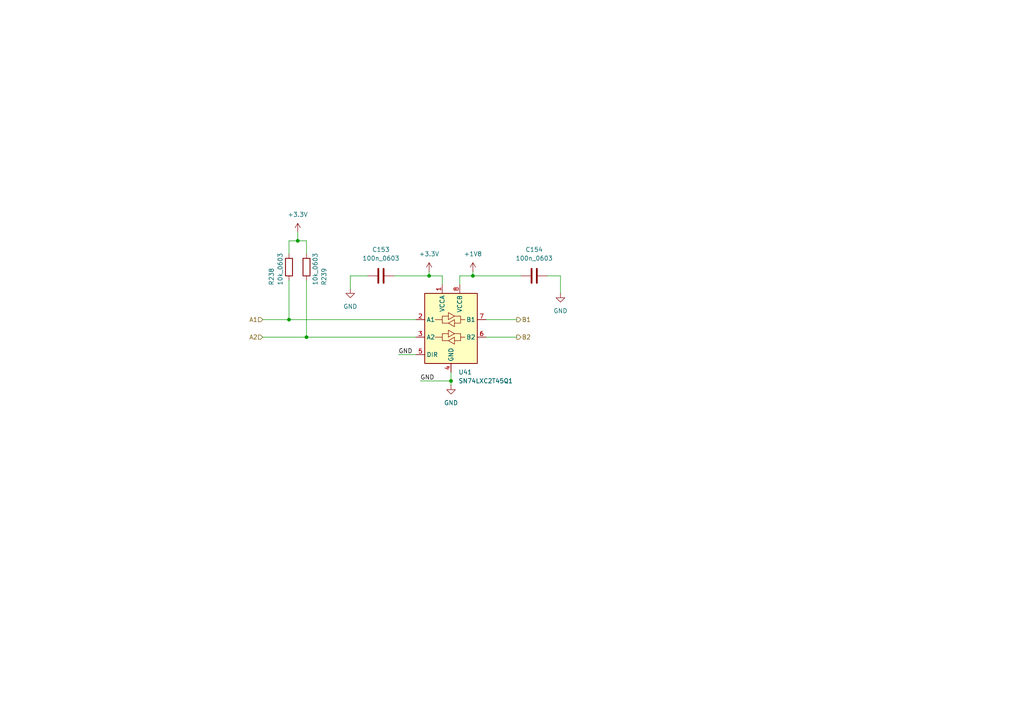
<source format=kicad_sch>
(kicad_sch (version 20250114) (generator "eeschema") (generator_version "9.0")
  (paper "A4")
  (lib_symbols
    (symbol "MYLIB_Misc:SN74LXC2T45Q1"
      (property "Reference" "U" (at -6.35 12.7 0))
      (property "Value" "SN74LXC2T45Q1" (at 11.684 11.684 0))
      (symbol "SN74LXC2T45Q1_0_1"
        (rectangle (start -7.62 10.16) (end 7.62 -10.16) (stroke (width 0.254)) (fill (type background)))
        (polyline (pts (xy -2.54 2.54) (xy -2.54 3.556) (xy -0.762 3.556)))
        (polyline (pts (xy -0.762 2.54) (xy -0.762 4.572) (xy 1.016 3.556) (xy -0.762 2.54)))
        (polyline (pts (xy -0.762 1.524) (xy -2.54 1.524) (xy -2.54 2.54) (xy -4.572 2.54)))
        (polyline (pts (xy 1.016 3.556) (xy 2.794 3.556) (xy 2.794 2.54) (xy 4.064 2.54)))
        (polyline (pts (xy 1.016 2.54) (xy 1.016 0.762) (xy 1.016 0.508) (xy -0.762 1.524) (xy 1.016 2.54)))
        (polyline (pts (xy 2.794 2.54) (xy 2.794 1.524) (xy 1.016 1.524)))
      )
      (symbol "SN74LXC2T45Q1_1_1"
        (polyline (pts (xy -2.54 -2.54) (xy -2.54 -1.524) (xy -0.762 -1.524)))
        (polyline (pts (xy -0.762 -2.54) (xy -0.762 -0.508) (xy 1.016 -1.524) (xy -0.762 -2.54)))
        (polyline (pts (xy -0.762 -3.556) (xy -2.54 -3.556) (xy -2.54 -2.54) (xy -4.572 -2.54)))
        (polyline (pts (xy 1.016 -1.524) (xy 2.794 -1.524) (xy 2.794 -2.54) (xy 4.064 -2.54)))
        (polyline (pts (xy 1.016 -2.54) (xy 1.016 -4.318) (xy 1.016 -4.572) (xy -0.762 -3.556) (xy 1.016 -2.54)))
        (polyline (pts (xy 2.794 -2.54) (xy 2.794 -3.556) (xy 1.016 -3.556)))
        (pin bidirectional line (at -10.16 2.54 0) (length 2.54) (name "A1") (number "2"))
        (pin bidirectional line (at -10.16 -2.54 0) (length 2.54) (name "A2") (number "3"))
        (pin input line (at -10.16 -7.62 0) (length 2.54) (name "DIR") (number "5"))
        (pin power_in line (at -2.54 12.7 270) (length 2.54) (name "VCCA") (number "1"))
        (pin power_in line (at 0 -12.7 90) (length 2.54) (name "GND") (number "4"))
        (pin power_in line (at 2.54 12.7 270) (length 2.54) (name "VCCB") (number "8"))
        (pin bidirectional line (at 10.16 2.54 180) (length 2.54) (name "B1") (number "7"))
        (pin bidirectional line (at 10.16 -2.54 180) (length 2.54) (name "B2") (number "6"))
      )
    )
    (symbol "WLIB_C:100n_0603" (pin_numbers (hide yes)) (pin_names (offset 0.254))
      (property "Reference" "C" (at 0.635 2.54 0))
      (property "Value" "100n_0603" (at 0.635 -2.54 0))
      (symbol "100n_0603_0_1"
        (polyline (pts (xy -2.032 0.762) (xy 2.032 0.762)) (stroke (width 0.508)))
        (polyline (pts (xy -2.032 -0.762) (xy 2.032 -0.762)) (stroke (width 0.508)))
      )
      (symbol "100n_0603_1_1"
        (pin passive line (at 0 3.81 270) (length 2.794) (name "~") (number "1"))
        (pin passive line (at 0 -3.81 90) (length 2.794) (name "~") (number "2"))
      )
    )
    (symbol "WLIB_R:10k_0603" (pin_numbers (hide yes)) (pin_names (offset 0))
      (property "Reference" "R" (at 2.032 0 90))
      (property "Value" "10k_0603" (at -2.54 0 90))
      (symbol "10k_0603_0_1"
        (rectangle (start -1.016 -2.54) (end 1.016 2.54) (stroke (width 0.254)))
      )
      (symbol "10k_0603_1_1"
        (pin passive line (at 0 3.81 270) (length 1.27) (name "~") (number "1"))
        (pin passive line (at 0 -3.81 90) (length 1.27) (name "~") (number "2"))
      )
    )
    (symbol "power:+1V8" (power) (pin_numbers (hide yes)) (pin_names (offset 0) (hide yes))
      (property "Value" "+1V8" (at 0 3.556 0))
      (symbol "+1V8_0_1"
        (polyline (pts (xy -0.762 1.27) (xy 0 2.54)))
        (polyline (pts (xy 0 2.54) (xy 0.762 1.27)))
        (polyline (pts (xy 0 0) (xy 0 2.54)))
      )
      (symbol "+1V8_1_1"
        (pin power_in line (at 0 0 90) (length 0) (name "~") (number "1"))
      )
    )
    (symbol "power:+3.3V" (power) (pin_numbers (hide yes)) (pin_names (offset 0) (hide yes))
      (property "Value" "+3.3V" (at 0 3.556 0))
      (symbol "+3.3V_0_1"
        (polyline (pts (xy -0.762 1.27) (xy 0 2.54)))
        (polyline (pts (xy 0 2.54) (xy 0.762 1.27)))
        (polyline (pts (xy 0 0) (xy 0 2.54)))
      )
      (symbol "+3.3V_1_1"
        (pin power_in line (at 0 0 90) (length 0) (name "~") (number "1"))
      )
    )
    (symbol "power:GND" (power) (pin_numbers (hide yes)) (pin_names (offset 0) (hide yes))
      (property "Value" "GND" (at 0 -3.81 0))
      (symbol "GND_0_1"
        (polyline (pts (xy 0 0) (xy 0 -1.27) (xy 1.27 -1.27) (xy 0 -2.54) (xy -1.27 -1.27) (xy 0 -1.27)))
      )
      (symbol "GND_1_1"
        (pin power_in line (at 0 0 270) (length 0) (name "~") (number "1"))
      )
    )
  )
  (junction (at 88.9 97.79))
  (junction (at 83.82 92.71))
  (junction (at 86.36 69.85))
  (junction (at 137.16 80.01))
  (junction (at 130.81 110.49))
  (junction (at 124.46 80.01))
  (wire (pts (xy 137.16 78.74) (xy 137.16 80.01)))
  (wire (pts (xy 115.57 102.87) (xy 120.65 102.87)))
  (wire (pts (xy 140.97 92.71) (xy 149.86 92.71)))
  (wire (pts (xy 162.56 80.01) (xy 158.75 80.01)))
  (wire (pts (xy 88.9 81.28) (xy 88.9 97.79)))
  (wire (pts (xy 88.9 97.79) (xy 120.65 97.79)))
  (wire (pts (xy 86.36 69.85) (xy 83.82 69.85)))
  (wire (pts (xy 137.16 80.01) (xy 133.35 80.01)))
  (wire (pts (xy 121.92 110.49) (xy 130.81 110.49)))
  (wire (pts (xy 124.46 78.74) (xy 124.46 80.01)))
  (wire (pts (xy 76.2 97.79) (xy 88.9 97.79)))
  (wire (pts (xy 101.6 80.01) (xy 101.6 83.82)))
  (wire (pts (xy 114.3 80.01) (xy 124.46 80.01)))
  (wire (pts (xy 137.16 80.01) (xy 151.13 80.01)))
  (wire (pts (xy 133.35 80.01) (xy 133.35 82.55)))
  (wire (pts (xy 124.46 80.01) (xy 128.27 80.01)))
  (wire (pts (xy 88.9 73.66) (xy 88.9 69.85)))
  (wire (pts (xy 83.82 69.85) (xy 83.82 73.66)))
  (wire (pts (xy 130.81 111.76) (xy 130.81 110.49)))
  (wire (pts (xy 106.68 80.01) (xy 101.6 80.01)))
  (wire (pts (xy 128.27 80.01) (xy 128.27 82.55)))
  (wire (pts (xy 76.2 92.71) (xy 83.82 92.71)))
  (wire (pts (xy 83.82 81.28) (xy 83.82 92.71)))
  (wire (pts (xy 130.81 107.95) (xy 130.81 110.49)))
  (wire (pts (xy 140.97 97.79) (xy 149.86 97.79)))
  (wire (pts (xy 86.36 67.31) (xy 86.36 69.85)))
  (wire (pts (xy 83.82 92.71) (xy 120.65 92.71)))
  (wire (pts (xy 162.56 85.09) (xy 162.56 80.01)))
  (wire (pts (xy 88.9 69.85) (xy 86.36 69.85)))
  (label "GND" (at 115.57 102.87 0))
  (label "GND" (at 121.92 110.49 0))
  (hierarchical_label "A2" (shape input) (at 76.2 97.79 180))
  (hierarchical_label "A1" (shape input) (at 76.2 92.71 180))
  (hierarchical_label "B1" (shape output) (at 149.86 92.71 0))
  (hierarchical_label "B2" (shape output) (at 149.86 97.79 0))
  (symbol (lib_id "WLIB_C:100n_0603") (at 110.49 80.01 90) (unit 1)
    (property "Reference" "C143" (at 110.49 72.39 90))
    (property "Value" "100n_0603" (at 110.49 74.93 90))
    (property "Footprint" "WLIB_Capacitor:C_0603" (effects (hide yes)))
    (property "Datasheet" "https://www.farnell.com/datasheets/2860632.pdf" (effects (hide yes)))
    (property "Description" "Unpolarized capacitor SMD MLCC" (effects (hide yes)))
    (property "FARNELL" "1759037" (effects (hide yes)))
    (property "VDC" "25V" (effects (hide yes)))
    (property "JLCPCB" "C2762593" (effects (hide yes)))
    (instances (project "FPGA_Board_BA" (path "" (reference "C153") (unit 1)) (path "" (reference "C143") (unit 1))))
  )
  (symbol (lib_id "WLIB_R:10k_0603") (at 83.82 77.47 0) (unit 1)
    (property "Reference" "R218" (at 78.74 82.804 90) (effects (justify left)))
    (property "Value" "10k_0603" (at 81.28 82.804 90) (effects (justify left)))
    (property "Footprint" "Resistor_SMD:R_0603_1608Metric" (effects (hide yes)))
    (property "Datasheet" "https://www.farnell.com/datasheets/2860681.pdf" (effects (hide yes)))
    (property "Description" "Resistor" (effects (hide yes)))
    (property "FARNELL" "2447230" (effects (hide yes)))
    (property "Rated Power" "100mW" (effects (hide yes)))
    (property "JLCPCB" "C25804" (effects (hide yes)))
    (instances (project "FPGA_Board_BA" (path "" (reference "R238") (unit 1)) (path "" (reference "R218") (unit 1))))
  )
  (symbol (lib_id "power:GND") (at 130.81 111.76 0) (unit 1)
    (property "Reference" "#PWR0228" (effects (hide yes)))
    (property "Value" "GND" (at 130.81 116.84 0))
    (property "Description" "Power symbol creates a global label with name \"GND\" , ground" (effects (hide yes)))
    (instances (project "FPGA_Board_BA" (path "" (reference "#PWR0262") (unit 1)) (path "" (reference "#PWR0228") (unit 1))))
  )
  (symbol (lib_id "power:+1V8") (at 137.16 78.74 0) (unit 1)
    (property "Reference" "#PWR0229" (effects (hide yes)))
    (property "Value" "+1V8" (at 137.16 73.66 0))
    (property "Description" "Power symbol creates a global label with name \"+1V8\"" (effects (hide yes)))
    (instances (project "FPGA_Board_BA" (path "" (reference "#PWR0263") (unit 1)) (path "" (reference "#PWR0229") (unit 1))))
  )
  (symbol (lib_id "WLIB_R:10k_0603") (at 88.9 77.47 0) (mirror y) (unit 1)
    (property "Reference" "R219" (at 93.98 82.804 90) (effects (justify left)))
    (property "Value" "10k_0603" (at 91.44 82.804 90) (effects (justify left)))
    (property "Footprint" "Resistor_SMD:R_0603_1608Metric" (effects (hide yes)))
    (property "Datasheet" "https://www.farnell.com/datasheets/2860681.pdf" (effects (hide yes)))
    (property "Description" "Resistor" (effects (hide yes)))
    (property "FARNELL" "2447230" (effects (hide yes)))
    (property "Rated Power" "100mW" (effects (hide yes)))
    (property "JLCPCB" "C25804" (effects (hide yes)))
    (instances (project "FPGA_Board_BA" (path "" (reference "R239") (unit 1)) (path "" (reference "R219") (unit 1))))
  )
  (symbol (lib_id "power:GND") (at 101.6 83.82 0) (unit 1)
    (property "Reference" "#PWR0226" (effects (hide yes)))
    (property "Value" "GND" (at 101.6 88.9 0))
    (property "Description" "Power symbol creates a global label with name \"GND\" , ground" (effects (hide yes)))
    (instances (project "FPGA_Board_BA" (path "" (reference "#PWR0260") (unit 1)) (path "" (reference "#PWR0226") (unit 1))))
  )
  (symbol (lib_id "WLIB_C:100n_0603") (at 154.94 80.01 90) (unit 1)
    (property "Reference" "C144" (at 154.94 72.39 90))
    (property "Value" "100n_0603" (at 154.94 74.93 90))
    (property "Footprint" "WLIB_Capacitor:C_0603" (effects (hide yes)))
    (property "Datasheet" "https://www.farnell.com/datasheets/2860632.pdf" (effects (hide yes)))
    (property "Description" "Unpolarized capacitor SMD MLCC" (effects (hide yes)))
    (property "FARNELL" "1759037" (effects (hide yes)))
    (property "VDC" "25V" (effects (hide yes)))
    (property "JLCPCB" "C2762593" (effects (hide yes)))
    (instances (project "FPGA_Board_BA" (path "" (reference "C154") (unit 1)) (path "" (reference "C144") (unit 1))))
  )
  (symbol (lib_id "MYLIB_Misc:SN74LXC2T45Q1") (at 130.81 95.25 0) (unit 1)
    (property "Reference" "U35" (at 132.9533 107.95 0) (effects (justify left)))
    (property "Value" "SN74LXC2T45Q1" (at 132.9533 110.49 0) (effects (justify left)))
    (property "Footprint" "MYLIB_Misc:SN74LXC2T45QDCURQ1" (effects (hide yes)))
    (property "Datasheet" "https://www.ti.com/lit/ds/symlink/sn74lxc2t45-q1.pdf?ts=1763370162012&ref_url=https%253A%252F%252Fwww.ti.com%252Fproduct%252FSN74LXC2T45-Q1%252Fpart-details%252FSN74LXC2T45QDCURQ1%253Futm_source%253Dgoogle%2526utm_medium%253Dcpc%2526utm_campaign%253Dasc-null-null-asc_opn_en-cpc-storeic-google-eu_en_pur%2526utm_content%253DDevice%2526ds_k%253DSN74LXC2T45QDCURQ1%2526DCM%253Dyes%2526gclsrc%253Daw.ds%2526gad_source%253D1%2526gad_campaignid%253D11662144970%2526gbraid%253D0AAAAAC068F39eJFhDO7IAjRN0B7HR1F_u%2526gclid%253DEAIaIQobChMI07vhqun4kAMVZZiDBx1M-Tl6EAAYASAAEgKyXPD_BwE" (effects (hide yes)))
    (property "Description" "dual-bit, dual-supply noninverting bidirectional level shifter. If dir = high, A -> B" (effects (hide yes)))
    (property "Mouser nr" "595-74LXC2T45QDCURQ1" (effects (hide yes)))
    (instances (project "FPGA_Board_BA" (path "" (reference "U41") (unit 1)) (path "" (reference "U35") (unit 1))))
  )
  (symbol (lib_id "power:+3.3V") (at 124.46 78.74 0) (unit 1)
    (property "Reference" "#PWR0227" (effects (hide yes)))
    (property "Value" "+3.3V" (at 124.46 73.66 0))
    (property "Description" "Power symbol creates a global label with name \"+3.3V\"" (effects (hide yes)))
    (instances (project "FPGA_Board_BA" (path "" (reference "#PWR0261") (unit 1)) (path "" (reference "#PWR0227") (unit 1))))
  )
  (symbol (lib_id "power:+3.3V") (at 86.36 67.31 0) (unit 1)
    (property "Reference" "#PWR0135" (effects (hide yes)))
    (property "Value" "+3.3V" (at 86.36 62.23 0))
    (property "Description" "Power symbol creates a global label with name \"+3.3V\"" (effects (hide yes)))
    (instances (project "FPGA_Board_BA" (path "" (reference "#PWR0140") (unit 1)) (path "" (reference "#PWR0135") (unit 1))))
  )
  (symbol (lib_id "power:GND") (at 162.56 85.09 0) (unit 1)
    (property "Reference" "#PWR0230" (effects (hide yes)))
    (property "Value" "GND" (at 162.56 90.17 0))
    (property "Description" "Power symbol creates a global label with name \"GND\" , ground" (effects (hide yes)))
    (instances (project "FPGA_Board_BA" (path "" (reference "#PWR0264") (unit 1)) (path "" (reference "#PWR0230") (unit 1))))
  )
)
</source>
